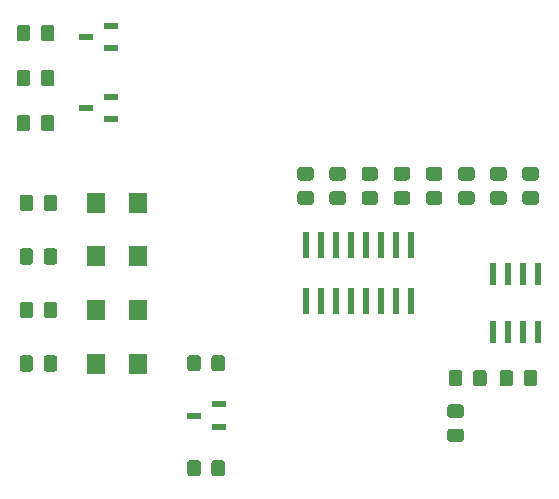
<source format=gbr>
%TF.GenerationSoftware,KiCad,Pcbnew,(5.1.6)-1*%
%TF.CreationDate,2020-09-16T23:28:40-05:00*%
%TF.ProjectId,voltmeter,766f6c74-6d65-4746-9572-2e6b69636164,rev?*%
%TF.SameCoordinates,Original*%
%TF.FileFunction,Paste,Top*%
%TF.FilePolarity,Positive*%
%FSLAX46Y46*%
G04 Gerber Fmt 4.6, Leading zero omitted, Abs format (unit mm)*
G04 Created by KiCad (PCBNEW (5.1.6)-1) date 2020-09-16 23:28:40*
%MOMM*%
%LPD*%
G01*
G04 APERTURE LIST*
%ADD10R,1.300000X0.600000*%
%ADD11R,0.558800X1.981200*%
%ADD12R,0.558800X2.184400*%
%ADD13R,1.500000X1.800000*%
G04 APERTURE END LIST*
D10*
%TO.C,VR1*%
X138710001Y-119695000D03*
X138710001Y-117795000D03*
X136610001Y-118745000D03*
%TD*%
D11*
%TO.C,U2*%
X165735000Y-111683800D03*
X164465000Y-111683800D03*
X163195000Y-111683800D03*
X161925000Y-111683800D03*
X161925000Y-106756200D03*
X163195000Y-106756200D03*
X164465000Y-106756200D03*
X165735000Y-106756200D03*
%TD*%
D12*
%TO.C,U1*%
X154940000Y-109042200D03*
X153670000Y-109042200D03*
X152400000Y-109042200D03*
X151130000Y-109042200D03*
X149860000Y-109042200D03*
X148590000Y-109042200D03*
X147320000Y-109042200D03*
X146050000Y-109042200D03*
X146050000Y-104317800D03*
X147320000Y-104317800D03*
X148590000Y-104317800D03*
X149860000Y-104317800D03*
X151130000Y-104317800D03*
X152400000Y-104317800D03*
X153670000Y-104317800D03*
X154940000Y-104317800D03*
%TD*%
%TO.C,R16*%
G36*
G01*
X122985000Y-113881901D02*
X122985000Y-114781903D01*
G75*
G02*
X122735001Y-115031902I-249999J0D01*
G01*
X122084999Y-115031902D01*
G75*
G02*
X121835000Y-114781903I0J249999D01*
G01*
X121835000Y-113881901D01*
G75*
G02*
X122084999Y-113631902I249999J0D01*
G01*
X122735001Y-113631902D01*
G75*
G02*
X122985000Y-113881901I0J-249999D01*
G01*
G37*
G36*
G01*
X125035000Y-113881901D02*
X125035000Y-114781903D01*
G75*
G02*
X124785001Y-115031902I-249999J0D01*
G01*
X124134999Y-115031902D01*
G75*
G02*
X123885000Y-114781903I0J249999D01*
G01*
X123885000Y-113881901D01*
G75*
G02*
X124134999Y-113631902I249999J0D01*
G01*
X124785001Y-113631902D01*
G75*
G02*
X125035000Y-113881901I0J-249999D01*
G01*
G37*
%TD*%
%TO.C,R15*%
G36*
G01*
X122985000Y-109345076D02*
X122985000Y-110245078D01*
G75*
G02*
X122735001Y-110495077I-249999J0D01*
G01*
X122084999Y-110495077D01*
G75*
G02*
X121835000Y-110245078I0J249999D01*
G01*
X121835000Y-109345076D01*
G75*
G02*
X122084999Y-109095077I249999J0D01*
G01*
X122735001Y-109095077D01*
G75*
G02*
X122985000Y-109345076I0J-249999D01*
G01*
G37*
G36*
G01*
X125035000Y-109345076D02*
X125035000Y-110245078D01*
G75*
G02*
X124785001Y-110495077I-249999J0D01*
G01*
X124134999Y-110495077D01*
G75*
G02*
X123885000Y-110245078I0J249999D01*
G01*
X123885000Y-109345076D01*
G75*
G02*
X124134999Y-109095077I249999J0D01*
G01*
X124785001Y-109095077D01*
G75*
G02*
X125035000Y-109345076I0J-249999D01*
G01*
G37*
%TD*%
%TO.C,R14*%
G36*
G01*
X122985000Y-100271426D02*
X122985000Y-101171428D01*
G75*
G02*
X122735001Y-101421427I-249999J0D01*
G01*
X122084999Y-101421427D01*
G75*
G02*
X121835000Y-101171428I0J249999D01*
G01*
X121835000Y-100271426D01*
G75*
G02*
X122084999Y-100021427I249999J0D01*
G01*
X122735001Y-100021427D01*
G75*
G02*
X122985000Y-100271426I0J-249999D01*
G01*
G37*
G36*
G01*
X125035000Y-100271426D02*
X125035000Y-101171428D01*
G75*
G02*
X124785001Y-101421427I-249999J0D01*
G01*
X124134999Y-101421427D01*
G75*
G02*
X123885000Y-101171428I0J249999D01*
G01*
X123885000Y-100271426D01*
G75*
G02*
X124134999Y-100021427I249999J0D01*
G01*
X124785001Y-100021427D01*
G75*
G02*
X125035000Y-100271426I0J-249999D01*
G01*
G37*
%TD*%
%TO.C,R13*%
G36*
G01*
X122985000Y-104808251D02*
X122985000Y-105708253D01*
G75*
G02*
X122735001Y-105958252I-249999J0D01*
G01*
X122084999Y-105958252D01*
G75*
G02*
X121835000Y-105708253I0J249999D01*
G01*
X121835000Y-104808251D01*
G75*
G02*
X122084999Y-104558252I249999J0D01*
G01*
X122735001Y-104558252D01*
G75*
G02*
X122985000Y-104808251I0J-249999D01*
G01*
G37*
G36*
G01*
X125035000Y-104808251D02*
X125035000Y-105708253D01*
G75*
G02*
X124785001Y-105958252I-249999J0D01*
G01*
X124134999Y-105958252D01*
G75*
G02*
X123885000Y-105708253I0J249999D01*
G01*
X123885000Y-104808251D01*
G75*
G02*
X124134999Y-104558252I249999J0D01*
G01*
X124785001Y-104558252D01*
G75*
G02*
X125035000Y-104808251I0J-249999D01*
G01*
G37*
%TD*%
%TO.C,R12*%
G36*
G01*
X158299999Y-119830000D02*
X159200001Y-119830000D01*
G75*
G02*
X159450000Y-120079999I0J-249999D01*
G01*
X159450000Y-120730001D01*
G75*
G02*
X159200001Y-120980000I-249999J0D01*
G01*
X158299999Y-120980000D01*
G75*
G02*
X158050000Y-120730001I0J249999D01*
G01*
X158050000Y-120079999D01*
G75*
G02*
X158299999Y-119830000I249999J0D01*
G01*
G37*
G36*
G01*
X158299999Y-117780000D02*
X159200001Y-117780000D01*
G75*
G02*
X159450000Y-118029999I0J-249999D01*
G01*
X159450000Y-118680001D01*
G75*
G02*
X159200001Y-118930000I-249999J0D01*
G01*
X158299999Y-118930000D01*
G75*
G02*
X158050000Y-118680001I0J249999D01*
G01*
X158050000Y-118029999D01*
G75*
G02*
X158299999Y-117780000I249999J0D01*
G01*
G37*
%TD*%
%TO.C,R11*%
G36*
G01*
X160225000Y-116020001D02*
X160225000Y-115119999D01*
G75*
G02*
X160474999Y-114870000I249999J0D01*
G01*
X161125001Y-114870000D01*
G75*
G02*
X161375000Y-115119999I0J-249999D01*
G01*
X161375000Y-116020001D01*
G75*
G02*
X161125001Y-116270000I-249999J0D01*
G01*
X160474999Y-116270000D01*
G75*
G02*
X160225000Y-116020001I0J249999D01*
G01*
G37*
G36*
G01*
X158175000Y-116020001D02*
X158175000Y-115119999D01*
G75*
G02*
X158424999Y-114870000I249999J0D01*
G01*
X159075001Y-114870000D01*
G75*
G02*
X159325000Y-115119999I0J-249999D01*
G01*
X159325000Y-116020001D01*
G75*
G02*
X159075001Y-116270000I-249999J0D01*
G01*
X158424999Y-116270000D01*
G75*
G02*
X158175000Y-116020001I0J249999D01*
G01*
G37*
%TD*%
%TO.C,R10*%
G36*
G01*
X159207139Y-99735000D02*
X160107141Y-99735000D01*
G75*
G02*
X160357140Y-99984999I0J-249999D01*
G01*
X160357140Y-100635001D01*
G75*
G02*
X160107141Y-100885000I-249999J0D01*
G01*
X159207139Y-100885000D01*
G75*
G02*
X158957140Y-100635001I0J249999D01*
G01*
X158957140Y-99984999D01*
G75*
G02*
X159207139Y-99735000I249999J0D01*
G01*
G37*
G36*
G01*
X159207139Y-97685000D02*
X160107141Y-97685000D01*
G75*
G02*
X160357140Y-97934999I0J-249999D01*
G01*
X160357140Y-98585001D01*
G75*
G02*
X160107141Y-98835000I-249999J0D01*
G01*
X159207139Y-98835000D01*
G75*
G02*
X158957140Y-98585001I0J249999D01*
G01*
X158957140Y-97934999D01*
G75*
G02*
X159207139Y-97685000I249999J0D01*
G01*
G37*
%TD*%
%TO.C,R9*%
G36*
G01*
X161928567Y-99735000D02*
X162828569Y-99735000D01*
G75*
G02*
X163078568Y-99984999I0J-249999D01*
G01*
X163078568Y-100635001D01*
G75*
G02*
X162828569Y-100885000I-249999J0D01*
G01*
X161928567Y-100885000D01*
G75*
G02*
X161678568Y-100635001I0J249999D01*
G01*
X161678568Y-99984999D01*
G75*
G02*
X161928567Y-99735000I249999J0D01*
G01*
G37*
G36*
G01*
X161928567Y-97685000D02*
X162828569Y-97685000D01*
G75*
G02*
X163078568Y-97934999I0J-249999D01*
G01*
X163078568Y-98585001D01*
G75*
G02*
X162828569Y-98835000I-249999J0D01*
G01*
X161928567Y-98835000D01*
G75*
G02*
X161678568Y-98585001I0J249999D01*
G01*
X161678568Y-97934999D01*
G75*
G02*
X161928567Y-97685000I249999J0D01*
G01*
G37*
%TD*%
%TO.C,R8*%
G36*
G01*
X164649999Y-99735000D02*
X165550001Y-99735000D01*
G75*
G02*
X165800000Y-99984999I0J-249999D01*
G01*
X165800000Y-100635001D01*
G75*
G02*
X165550001Y-100885000I-249999J0D01*
G01*
X164649999Y-100885000D01*
G75*
G02*
X164400000Y-100635001I0J249999D01*
G01*
X164400000Y-99984999D01*
G75*
G02*
X164649999Y-99735000I249999J0D01*
G01*
G37*
G36*
G01*
X164649999Y-97685000D02*
X165550001Y-97685000D01*
G75*
G02*
X165800000Y-97934999I0J-249999D01*
G01*
X165800000Y-98585001D01*
G75*
G02*
X165550001Y-98835000I-249999J0D01*
G01*
X164649999Y-98835000D01*
G75*
G02*
X164400000Y-98585001I0J249999D01*
G01*
X164400000Y-97934999D01*
G75*
G02*
X164649999Y-97685000I249999J0D01*
G01*
G37*
%TD*%
%TO.C,R7*%
G36*
G01*
X156485711Y-99735000D02*
X157385713Y-99735000D01*
G75*
G02*
X157635712Y-99984999I0J-249999D01*
G01*
X157635712Y-100635001D01*
G75*
G02*
X157385713Y-100885000I-249999J0D01*
G01*
X156485711Y-100885000D01*
G75*
G02*
X156235712Y-100635001I0J249999D01*
G01*
X156235712Y-99984999D01*
G75*
G02*
X156485711Y-99735000I249999J0D01*
G01*
G37*
G36*
G01*
X156485711Y-97685000D02*
X157385713Y-97685000D01*
G75*
G02*
X157635712Y-97934999I0J-249999D01*
G01*
X157635712Y-98585001D01*
G75*
G02*
X157385713Y-98835000I-249999J0D01*
G01*
X156485711Y-98835000D01*
G75*
G02*
X156235712Y-98585001I0J249999D01*
G01*
X156235712Y-97934999D01*
G75*
G02*
X156485711Y-97685000I249999J0D01*
G01*
G37*
%TD*%
%TO.C,R6*%
G36*
G01*
X153764283Y-99735000D02*
X154664285Y-99735000D01*
G75*
G02*
X154914284Y-99984999I0J-249999D01*
G01*
X154914284Y-100635001D01*
G75*
G02*
X154664285Y-100885000I-249999J0D01*
G01*
X153764283Y-100885000D01*
G75*
G02*
X153514284Y-100635001I0J249999D01*
G01*
X153514284Y-99984999D01*
G75*
G02*
X153764283Y-99735000I249999J0D01*
G01*
G37*
G36*
G01*
X153764283Y-97685000D02*
X154664285Y-97685000D01*
G75*
G02*
X154914284Y-97934999I0J-249999D01*
G01*
X154914284Y-98585001D01*
G75*
G02*
X154664285Y-98835000I-249999J0D01*
G01*
X153764283Y-98835000D01*
G75*
G02*
X153514284Y-98585001I0J249999D01*
G01*
X153514284Y-97934999D01*
G75*
G02*
X153764283Y-97685000I249999J0D01*
G01*
G37*
%TD*%
%TO.C,R5*%
G36*
G01*
X151042855Y-99735000D02*
X151942857Y-99735000D01*
G75*
G02*
X152192856Y-99984999I0J-249999D01*
G01*
X152192856Y-100635001D01*
G75*
G02*
X151942857Y-100885000I-249999J0D01*
G01*
X151042855Y-100885000D01*
G75*
G02*
X150792856Y-100635001I0J249999D01*
G01*
X150792856Y-99984999D01*
G75*
G02*
X151042855Y-99735000I249999J0D01*
G01*
G37*
G36*
G01*
X151042855Y-97685000D02*
X151942857Y-97685000D01*
G75*
G02*
X152192856Y-97934999I0J-249999D01*
G01*
X152192856Y-98585001D01*
G75*
G02*
X151942857Y-98835000I-249999J0D01*
G01*
X151042855Y-98835000D01*
G75*
G02*
X150792856Y-98585001I0J249999D01*
G01*
X150792856Y-97934999D01*
G75*
G02*
X151042855Y-97685000I249999J0D01*
G01*
G37*
%TD*%
%TO.C,R4*%
G36*
G01*
X148321427Y-99735000D02*
X149221429Y-99735000D01*
G75*
G02*
X149471428Y-99984999I0J-249999D01*
G01*
X149471428Y-100635001D01*
G75*
G02*
X149221429Y-100885000I-249999J0D01*
G01*
X148321427Y-100885000D01*
G75*
G02*
X148071428Y-100635001I0J249999D01*
G01*
X148071428Y-99984999D01*
G75*
G02*
X148321427Y-99735000I249999J0D01*
G01*
G37*
G36*
G01*
X148321427Y-97685000D02*
X149221429Y-97685000D01*
G75*
G02*
X149471428Y-97934999I0J-249999D01*
G01*
X149471428Y-98585001D01*
G75*
G02*
X149221429Y-98835000I-249999J0D01*
G01*
X148321427Y-98835000D01*
G75*
G02*
X148071428Y-98585001I0J249999D01*
G01*
X148071428Y-97934999D01*
G75*
G02*
X148321427Y-97685000I249999J0D01*
G01*
G37*
%TD*%
%TO.C,R3*%
G36*
G01*
X145599999Y-99735000D02*
X146500001Y-99735000D01*
G75*
G02*
X146750000Y-99984999I0J-249999D01*
G01*
X146750000Y-100635001D01*
G75*
G02*
X146500001Y-100885000I-249999J0D01*
G01*
X145599999Y-100885000D01*
G75*
G02*
X145350000Y-100635001I0J249999D01*
G01*
X145350000Y-99984999D01*
G75*
G02*
X145599999Y-99735000I249999J0D01*
G01*
G37*
G36*
G01*
X145599999Y-97685000D02*
X146500001Y-97685000D01*
G75*
G02*
X146750000Y-97934999I0J-249999D01*
G01*
X146750000Y-98585001D01*
G75*
G02*
X146500001Y-98835000I-249999J0D01*
G01*
X145599999Y-98835000D01*
G75*
G02*
X145350000Y-98585001I0J249999D01*
G01*
X145350000Y-97934999D01*
G75*
G02*
X145599999Y-97685000I249999J0D01*
G01*
G37*
%TD*%
%TO.C,R2*%
G36*
G01*
X123640000Y-86810001D02*
X123640000Y-85909999D01*
G75*
G02*
X123889999Y-85660000I249999J0D01*
G01*
X124540001Y-85660000D01*
G75*
G02*
X124790000Y-85909999I0J-249999D01*
G01*
X124790000Y-86810001D01*
G75*
G02*
X124540001Y-87060000I-249999J0D01*
G01*
X123889999Y-87060000D01*
G75*
G02*
X123640000Y-86810001I0J249999D01*
G01*
G37*
G36*
G01*
X121590000Y-86810001D02*
X121590000Y-85909999D01*
G75*
G02*
X121839999Y-85660000I249999J0D01*
G01*
X122490001Y-85660000D01*
G75*
G02*
X122740000Y-85909999I0J-249999D01*
G01*
X122740000Y-86810001D01*
G75*
G02*
X122490001Y-87060000I-249999J0D01*
G01*
X121839999Y-87060000D01*
G75*
G02*
X121590000Y-86810001I0J249999D01*
G01*
G37*
%TD*%
%TO.C,R1*%
G36*
G01*
X123640000Y-94430001D02*
X123640000Y-93529999D01*
G75*
G02*
X123889999Y-93280000I249999J0D01*
G01*
X124540001Y-93280000D01*
G75*
G02*
X124790000Y-93529999I0J-249999D01*
G01*
X124790000Y-94430001D01*
G75*
G02*
X124540001Y-94680000I-249999J0D01*
G01*
X123889999Y-94680000D01*
G75*
G02*
X123640000Y-94430001I0J249999D01*
G01*
G37*
G36*
G01*
X121590000Y-94430001D02*
X121590000Y-93529999D01*
G75*
G02*
X121839999Y-93280000I249999J0D01*
G01*
X122490001Y-93280000D01*
G75*
G02*
X122740000Y-93529999I0J-249999D01*
G01*
X122740000Y-94430001D01*
G75*
G02*
X122490001Y-94680000I-249999J0D01*
G01*
X121839999Y-94680000D01*
G75*
G02*
X121590000Y-94430001I0J249999D01*
G01*
G37*
%TD*%
%TO.C,R0*%
G36*
G01*
X123640000Y-90620001D02*
X123640000Y-89719999D01*
G75*
G02*
X123889999Y-89470000I249999J0D01*
G01*
X124540001Y-89470000D01*
G75*
G02*
X124790000Y-89719999I0J-249999D01*
G01*
X124790000Y-90620001D01*
G75*
G02*
X124540001Y-90870000I-249999J0D01*
G01*
X123889999Y-90870000D01*
G75*
G02*
X123640000Y-90620001I0J249999D01*
G01*
G37*
G36*
G01*
X121590000Y-90620001D02*
X121590000Y-89719999D01*
G75*
G02*
X121839999Y-89470000I249999J0D01*
G01*
X122490001Y-89470000D01*
G75*
G02*
X122740000Y-89719999I0J-249999D01*
G01*
X122740000Y-90620001D01*
G75*
G02*
X122490001Y-90870000I-249999J0D01*
G01*
X121839999Y-90870000D01*
G75*
G02*
X121590000Y-90620001I0J249999D01*
G01*
G37*
%TD*%
D10*
%TO.C,Q2*%
X129540000Y-87630000D03*
X129540000Y-85730000D03*
X127440000Y-86680000D03*
%TD*%
%TO.C,Q1*%
X129540000Y-93660000D03*
X129540000Y-91760000D03*
X127440000Y-92710000D03*
%TD*%
D13*
%TO.C,D4*%
X128270000Y-114331902D03*
X131870000Y-114331902D03*
%TD*%
%TO.C,D3*%
X128270000Y-109795077D03*
X131870000Y-109795077D03*
%TD*%
%TO.C,D2*%
X128270000Y-100721427D03*
X131870000Y-100721427D03*
%TD*%
%TO.C,D1*%
X128270000Y-105258252D03*
X131870000Y-105258252D03*
%TD*%
%TO.C,C3*%
G36*
G01*
X163625000Y-115119999D02*
X163625000Y-116020001D01*
G75*
G02*
X163375001Y-116270000I-249999J0D01*
G01*
X162724999Y-116270000D01*
G75*
G02*
X162475000Y-116020001I0J249999D01*
G01*
X162475000Y-115119999D01*
G75*
G02*
X162724999Y-114870000I249999J0D01*
G01*
X163375001Y-114870000D01*
G75*
G02*
X163625000Y-115119999I0J-249999D01*
G01*
G37*
G36*
G01*
X165675000Y-115119999D02*
X165675000Y-116020001D01*
G75*
G02*
X165425001Y-116270000I-249999J0D01*
G01*
X164774999Y-116270000D01*
G75*
G02*
X164525000Y-116020001I0J249999D01*
G01*
X164525000Y-115119999D01*
G75*
G02*
X164774999Y-114870000I249999J0D01*
G01*
X165425001Y-114870000D01*
G75*
G02*
X165675000Y-115119999I0J-249999D01*
G01*
G37*
%TD*%
%TO.C,C2*%
G36*
G01*
X137185001Y-113849999D02*
X137185001Y-114750001D01*
G75*
G02*
X136935002Y-115000000I-249999J0D01*
G01*
X136285000Y-115000000D01*
G75*
G02*
X136035001Y-114750001I0J249999D01*
G01*
X136035001Y-113849999D01*
G75*
G02*
X136285000Y-113600000I249999J0D01*
G01*
X136935002Y-113600000D01*
G75*
G02*
X137185001Y-113849999I0J-249999D01*
G01*
G37*
G36*
G01*
X139235001Y-113849999D02*
X139235001Y-114750001D01*
G75*
G02*
X138985002Y-115000000I-249999J0D01*
G01*
X138335000Y-115000000D01*
G75*
G02*
X138085001Y-114750001I0J249999D01*
G01*
X138085001Y-113849999D01*
G75*
G02*
X138335000Y-113600000I249999J0D01*
G01*
X138985002Y-113600000D01*
G75*
G02*
X139235001Y-113849999I0J-249999D01*
G01*
G37*
%TD*%
%TO.C,C1*%
G36*
G01*
X137185001Y-122739999D02*
X137185001Y-123640001D01*
G75*
G02*
X136935002Y-123890000I-249999J0D01*
G01*
X136285000Y-123890000D01*
G75*
G02*
X136035001Y-123640001I0J249999D01*
G01*
X136035001Y-122739999D01*
G75*
G02*
X136285000Y-122490000I249999J0D01*
G01*
X136935002Y-122490000D01*
G75*
G02*
X137185001Y-122739999I0J-249999D01*
G01*
G37*
G36*
G01*
X139235001Y-122739999D02*
X139235001Y-123640001D01*
G75*
G02*
X138985002Y-123890000I-249999J0D01*
G01*
X138335000Y-123890000D01*
G75*
G02*
X138085001Y-123640001I0J249999D01*
G01*
X138085001Y-122739999D01*
G75*
G02*
X138335000Y-122490000I249999J0D01*
G01*
X138985002Y-122490000D01*
G75*
G02*
X139235001Y-122739999I0J-249999D01*
G01*
G37*
%TD*%
M02*

</source>
